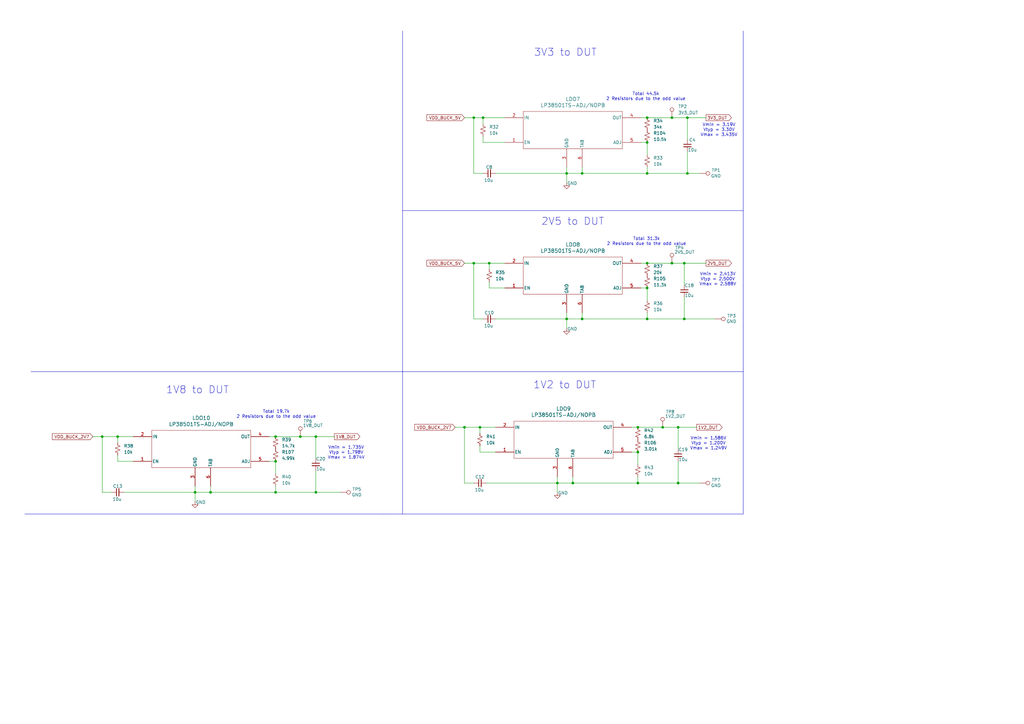
<source format=kicad_sch>
(kicad_sch (version 20250114) (generator "eeschema") (generator_version "9.0")
  (paper "A3")
  (lib_symbols
    (symbol "Connector:TestPoint" (pin_numbers (hide yes)) (pin_names (offset 0.762) (hide yes))
      (property "Reference" "TP" (at 0 6.858 0))
      (property "Value" "TestPoint" (at 0 5.08 0))
      (symbol "TestPoint_0_1"
        (circle (center 0 3.302) (radius 0.762))
      )
      (symbol "TestPoint_1_1"
        (pin passive line (at 0 0 90) (length 2.54) (name "1") (number "1"))
      )
    )
    (symbol "Device:C_Small" (pin_numbers (hide yes)) (pin_names (offset 0.254) (hide yes))
      (property "Reference" "C" (at 0.254 1.778 0))
      (property "Value" "C_Small" (at 0.254 -2.032 0))
      (symbol "C_Small_0_1"
        (polyline (pts (xy -1.524 0.508) (xy 1.524 0.508)) (stroke (width 0.3048)))
        (polyline (pts (xy -1.524 -0.508) (xy 1.524 -0.508)) (stroke (width 0.3302)))
      )
      (symbol "C_Small_1_1"
        (pin passive line (at 0 2.54 270) (length 2.032) (name "~") (number "1"))
        (pin passive line (at 0 -2.54 90) (length 2.032) (name "~") (number "2"))
      )
    )
    (symbol "Device:R_Small_US" (pin_numbers (hide yes)) (pin_names (offset 0.254) (hide yes))
      (property "Reference" "R" (at 0.762 0.508 0))
      (property "Value" "R_Small_US" (at 0.762 -1.016 0))
      (symbol "R_Small_US_1_1"
        (polyline (pts (xy 0 1.524) (xy 1.016 1.143) (xy 0 0.762) (xy -1.016 0.381) (xy 0 0)))
        (polyline (pts (xy 0 0) (xy 1.016 -0.381) (xy 0 -0.762) (xy -1.016 -1.143) (xy 0 -1.524)))
        (pin passive line (at 0 2.54 270) (length 1.016) (name "~") (number "1"))
        (pin passive line (at 0 -2.54 90) (length 1.016) (name "~") (number "2"))
      )
    )
    (symbol "PSEC5_ctrlbd:LP38501TS-ADJ_NOPB" (pin_names (offset 0.254))
      (property "Value" "LP38501TS-ADJ/NOPB" (at 27.94 7.62 0))
      (symbol "LP38501TS-ADJ_NOPB_0_1"
        (polyline (pts (xy 7.62 5.08) (xy 7.62 -10.16)) (stroke (width 0.127)))
        (polyline (pts (xy 7.62 -10.16) (xy 48.26 -10.16)) (stroke (width 0.127)))
        (polyline (pts (xy 48.26 5.08) (xy 7.62 5.08)) (stroke (width 0.127)))
        (polyline (pts (xy 48.26 -10.16) (xy 48.26 5.08)) (stroke (width 0.127)))
        (pin power_in line (at 0 2.54 0) (length 7.62) (name "IN") (number "2"))
        (pin input line (at 0 -7.62 0) (length 7.62) (name "EN") (number "1"))
        (pin power_in line (at 25.4 -17.78 90) (length 7.62) (name "GND") (number "3"))
        (pin power_in line (at 31.75 -17.78 90) (length 7.62) (name "TAB") (number "6"))
        (pin input line (at 55.88 -7.62 180) (length 7.62) (name "ADJ") (number "5"))
      )
      (symbol "LP38501TS-ADJ_NOPB_1_1"
        (pin power_out line (at 55.88 2.54 180) (length 7.62) (name "OUT") (number "4"))
      )
    )
    (symbol "power:GND" (power) (pin_numbers (hide yes)) (pin_names (offset 0) (hide yes))
      (property "Value" "GND" (at 0 -3.81 0))
      (symbol "GND_0_1"
        (polyline (pts (xy 0 0) (xy 0 -1.27) (xy 1.27 -1.27) (xy 0 -2.54) (xy -1.27 -1.27) (xy 0 -1.27)))
      )
      (symbol "GND_1_1"
        (pin power_in line (at 0 0 270) (length 0) (name "~") (number "1"))
      )
    )
  )
  (text "Total 19.7k\n2 Resistors due to the odd value\n" (at 113.284 169.926 0) (effects (font (size 1.27 1.27))))
  (text "Vmin = 1.735V\nVtyp = 1.798V\nVmax = 1.874V" (at 141.986 185.674 0) (effects (font (size 1.27 1.27))))
  (text "3V3 to DUT" (at 231.902 21.59 0) (effects (font (size 3 3))))
  (text "Total 31.3k\n2 Resistors due to the odd value\n" (at 265.176 99.06 0) (effects (font (size 1.27 1.27))))
  (text "2V5 to DUT" (at 234.95 90.932 0) (effects (font (size 3 3))))
  (text "Vmin = 3.19V\nVtyp = 3.30V\nVmax = 3.435V" (at 294.894 53.34 0) (effects (font (size 1.27 1.27))))
  (text "1V2 to DUT" (at 231.648 157.988 0) (effects (font (size 3 3))))
  (text "Vmin = 2.413V\nVtyp = 2.500V\nVmax = 2.588V" (at 294.386 114.554 0) (effects (font (size 1.27 1.27))))
  (text "Vmin = 1.586V\nVtyp = 1.200V\nVmax = 1.249V" (at 290.576 181.864 0) (effects (font (size 1.27 1.27))))
  (text "1V8 to DUT\n" (at 81.026 160.02 0) (effects (font (size 3 3))))
  (text "Total 44.5k\n2 Resistors due to the odd value\n" (at 264.922 39.624 0) (effects (font (size 1.27 1.27))))
  (junction (at 278.13 175.26))
  (junction (at 280.67 130.81))
  (junction (at 265.43 48.26))
  (junction (at 86.36 201.93))
  (junction (at 261.62 175.26))
  (junction (at 41.91 179.07))
  (junction (at 194.31 48.26))
  (junction (at 232.41 71.12))
  (junction (at 113.03 189.23))
  (junction (at 234.95 198.12))
  (junction (at 200.66 107.95))
  (junction (at 275.59 107.95))
  (junction (at 261.62 185.42))
  (junction (at 238.76 71.12))
  (junction (at 129.54 201.93))
  (junction (at 265.43 130.81))
  (junction (at 280.67 107.95))
  (junction (at 129.54 179.07))
  (junction (at 281.94 71.12))
  (junction (at 123.19 179.07))
  (junction (at 265.43 107.95))
  (junction (at 194.31 107.95))
  (junction (at 198.12 48.26))
  (junction (at 261.62 198.12))
  (junction (at 80.01 201.93))
  (junction (at 275.59 48.26))
  (junction (at 113.03 179.07))
  (junction (at 228.6 198.12))
  (junction (at 265.43 58.42))
  (junction (at 265.43 71.12))
  (junction (at 281.94 48.26))
  (junction (at 232.41 130.81))
  (junction (at 196.85 175.26))
  (junction (at 190.5 175.26))
  (junction (at 271.78 175.26))
  (junction (at 238.76 130.81))
  (junction (at 278.13 198.12))
  (junction (at 265.43 118.11))
  (junction (at 113.03 201.93))
  (junction (at 48.26 179.07))
  (wire (pts (xy 234.95 198.12) (xy 228.6 198.12)))
  (wire (pts (xy 198.12 58.42) (xy 207.01 58.42)))
  (wire (pts (xy 48.26 189.23) (xy 54.61 189.23)))
  (wire (pts (xy 278.13 175.26) (xy 285.75 175.26)))
  (wire (pts (xy 238.76 130.81) (xy 265.43 130.81)))
  (wire (pts (xy 198.12 48.26) (xy 198.12 50.8)))
  (wire (pts (xy 228.6 195.58) (xy 228.6 198.12)))
  (wire (pts (xy 196.85 175.26) (xy 196.85 177.8)))
  (wire (pts (xy 238.76 71.12) (xy 232.41 71.12)))
  (wire (pts (xy 278.13 198.12) (xy 287.02 198.12)))
  (wire (pts (xy 265.43 68.58) (xy 265.43 71.12)))
  (wire (pts (xy 262.89 58.42) (xy 265.43 58.42)))
  (polyline (pts (xy 165.1 152.4) (xy 165.1 210.82)))
  (wire (pts (xy 265.43 48.26) (xy 275.59 48.26)))
  (wire (pts (xy 198.12 48.26) (xy 207.01 48.26)))
  (wire (pts (xy 190.5 107.95) (xy 194.31 107.95)))
  (polyline (pts (xy 165.1 12.7) (xy 165.1 152.4)))
  (wire (pts (xy 194.31 48.26) (xy 194.31 71.12)))
  (wire (pts (xy 228.6 198.12) (xy 228.6 201.93)))
  (wire (pts (xy 86.36 199.39) (xy 86.36 201.93)))
  (wire (pts (xy 278.13 175.26) (xy 278.13 184.15)))
  (wire (pts (xy 200.66 118.11) (xy 207.01 118.11)))
  (wire (pts (xy 271.78 175.26) (xy 278.13 175.26)))
  (wire (pts (xy 265.43 118.11) (xy 262.89 118.11)))
  (wire (pts (xy 200.66 115.57) (xy 200.66 118.11)))
  (wire (pts (xy 280.67 107.95) (xy 280.67 116.84)))
  (wire (pts (xy 261.62 175.26) (xy 271.78 175.26)))
  (polyline (pts (xy 10.16 210.82) (xy 157.48 210.82)))
  (wire (pts (xy 38.1 179.07) (xy 41.91 179.07)))
  (wire (pts (xy 113.03 179.07) (xy 123.19 179.07)))
  (wire (pts (xy 261.62 195.58) (xy 261.62 198.12)))
  (wire (pts (xy 129.54 179.07) (xy 129.54 187.96)))
  (wire (pts (xy 186.69 175.26) (xy 190.5 175.26)))
  (wire (pts (xy 41.91 179.07) (xy 48.26 179.07)))
  (wire (pts (xy 198.12 55.88) (xy 198.12 58.42)))
  (wire (pts (xy 261.62 185.42) (xy 259.08 185.42)))
  (wire (pts (xy 123.19 179.07) (xy 129.54 179.07)))
  (wire (pts (xy 265.43 130.81) (xy 280.67 130.81)))
  (wire (pts (xy 48.26 186.69) (xy 48.26 189.23)))
  (polyline (pts (xy 304.8 152.4) (xy 304.8 210.82)))
  (wire (pts (xy 113.03 199.39) (xy 113.03 201.93)))
  (wire (pts (xy 200.66 107.95) (xy 200.66 110.49)))
  (polyline (pts (xy 304.8 86.36) (xy 304.8 152.4)))
  (polyline (pts (xy 12.7 152.4) (xy 165.1 152.4)))
  (wire (pts (xy 261.62 198.12) (xy 278.13 198.12)))
  (wire (pts (xy 259.08 175.26) (xy 261.62 175.26)))
  (polyline (pts (xy 304.8 12.7) (xy 304.8 86.36)))
  (wire (pts (xy 194.31 107.95) (xy 200.66 107.95)))
  (wire (pts (xy 261.62 190.5) (xy 261.62 185.42)))
  (wire (pts (xy 265.43 128.27) (xy 265.43 130.81)))
  (wire (pts (xy 203.2 130.81) (xy 232.41 130.81)))
  (wire (pts (xy 196.85 182.88) (xy 196.85 185.42)))
  (wire (pts (xy 280.67 121.92) (xy 280.67 130.81)))
  (wire (pts (xy 238.76 130.81) (xy 232.41 130.81)))
  (wire (pts (xy 199.39 198.12) (xy 228.6 198.12)))
  (wire (pts (xy 278.13 189.23) (xy 278.13 198.12)))
  (wire (pts (xy 41.91 179.07) (xy 41.91 201.93)))
  (wire (pts (xy 80.01 201.93) (xy 80.01 205.74)))
  (wire (pts (xy 190.5 198.12) (xy 194.31 198.12)))
  (polyline (pts (xy 304.8 152.4) (xy 165.1 152.4)))
  (wire (pts (xy 281.94 48.26) (xy 281.94 57.15)))
  (wire (pts (xy 280.67 130.81) (xy 293.37 130.81)))
  (wire (pts (xy 203.2 71.12) (xy 232.41 71.12)))
  (wire (pts (xy 196.85 175.26) (xy 203.2 175.26)))
  (wire (pts (xy 262.89 107.95) (xy 265.43 107.95)))
  (wire (pts (xy 110.49 179.07) (xy 113.03 179.07)))
  (wire (pts (xy 265.43 58.42) (xy 265.43 63.5)))
  (wire (pts (xy 281.94 71.12) (xy 287.02 71.12)))
  (wire (pts (xy 275.59 107.95) (xy 280.67 107.95)))
  (wire (pts (xy 238.76 128.27) (xy 238.76 130.81)))
  (wire (pts (xy 86.36 201.93) (xy 80.01 201.93)))
  (wire (pts (xy 238.76 71.12) (xy 265.43 71.12)))
  (wire (pts (xy 113.03 189.23) (xy 110.49 189.23)))
  (wire (pts (xy 194.31 48.26) (xy 198.12 48.26)))
  (wire (pts (xy 41.91 201.93) (xy 45.72 201.93)))
  (wire (pts (xy 265.43 71.12) (xy 281.94 71.12)))
  (wire (pts (xy 280.67 107.95) (xy 289.56 107.95)))
  (wire (pts (xy 190.5 48.26) (xy 194.31 48.26)))
  (wire (pts (xy 232.41 128.27) (xy 232.41 130.81)))
  (wire (pts (xy 234.95 195.58) (xy 234.95 198.12)))
  (wire (pts (xy 200.66 107.95) (xy 207.01 107.95)))
  (wire (pts (xy 232.41 68.58) (xy 232.41 71.12)))
  (wire (pts (xy 113.03 194.31) (xy 113.03 189.23)))
  (wire (pts (xy 48.26 179.07) (xy 48.26 181.61)))
  (wire (pts (xy 281.94 62.23) (xy 281.94 71.12)))
  (wire (pts (xy 129.54 193.04) (xy 129.54 201.93)))
  (wire (pts (xy 80.01 199.39) (xy 80.01 201.93)))
  (wire (pts (xy 262.89 48.26) (xy 265.43 48.26)))
  (wire (pts (xy 194.31 107.95) (xy 194.31 130.81)))
  (polyline (pts (xy 165.1 86.36) (xy 304.8 86.36)))
  (polyline (pts (xy 304.8 210.82) (xy 157.48 210.82)))
  (wire (pts (xy 265.43 107.95) (xy 275.59 107.95)))
  (wire (pts (xy 129.54 201.93) (xy 139.7 201.93)))
  (wire (pts (xy 281.94 48.26) (xy 289.56 48.26)))
  (wire (pts (xy 194.31 130.81) (xy 198.12 130.81)))
  (wire (pts (xy 48.26 179.07) (xy 54.61 179.07)))
  (wire (pts (xy 196.85 185.42) (xy 203.2 185.42)))
  (wire (pts (xy 194.31 71.12) (xy 198.12 71.12)))
  (wire (pts (xy 113.03 201.93) (xy 129.54 201.93)))
  (wire (pts (xy 265.43 123.19) (xy 265.43 118.11)))
  (wire (pts (xy 86.36 201.93) (xy 113.03 201.93)))
  (wire (pts (xy 238.76 68.58) (xy 238.76 71.12)))
  (wire (pts (xy 190.5 175.26) (xy 196.85 175.26)))
  (wire (pts (xy 50.8 201.93) (xy 80.01 201.93)))
  (wire (pts (xy 232.41 130.81) (xy 232.41 134.62)))
  (wire (pts (xy 129.54 179.07) (xy 137.16 179.07)))
  (wire (pts (xy 232.41 71.12) (xy 232.41 74.93)))
  (wire (pts (xy 275.59 48.26) (xy 281.94 48.26)))
  (wire (pts (xy 234.95 198.12) (xy 261.62 198.12)))
  (wire (pts (xy 190.5 175.26) (xy 190.5 198.12)))
  (global_label "3V3_DUT" (shape output) (at 289.56 48.26 0) (property "Intersheetrefs" "${INTERSHEET_REFS}" (effects (hide yes))))
  (global_label "VDD_BUCK_5V" (shape input) (at 190.5 48.26 180) (property "Intersheetrefs" "${INTERSHEET_REFS}" (effects (hide yes))))
  (global_label "1V8_DUT" (shape output) (at 137.16 179.07 0) (property "Intersheetrefs" "${INTERSHEET_REFS}" (effects (hide yes))))
  (global_label "VDD_BUCK_2V7" (shape input) (at 38.1 179.07 180) (property "Intersheetrefs" "${INTERSHEET_REFS}" (effects (hide yes))))
  (global_label "VDD_BUCK_5V" (shape input) (at 190.5 107.95 180) (property "Intersheetrefs" "${INTERSHEET_REFS}" (effects (hide yes))))
  (global_label "1V2_DUT" (shape output) (at 285.75 175.26 0) (property "Intersheetrefs" "${INTERSHEET_REFS}" (effects (hide yes))))
  (global_label "2V5_DUT" (shape output) (at 289.56 107.95 0) (property "Intersheetrefs" "${INTERSHEET_REFS}" (effects (hide yes))))
  (global_label "VDD_BUCK_2V7" (shape input) (at 186.69 175.26 180) (property "Intersheetrefs" "${INTERSHEET_REFS}" (effects (hide yes))))
  (symbol (lib_id "PSEC5_ctrlbd:LP38501TS-ADJ_NOPB") (at 203.2 177.8 0) (unit 1)
    (property "Reference" "LDO9" (at 231.14 167.64 0) (effects (font (size 1.524 1.524))))
    (property "Value" "LP38501TS-ADJ/NOPB" (at 231.14 170.18 0) (effects (font (size 1.524 1.524))))
    (property "Footprint" "ul_LP38501TS-ADJ-NOPB:TS5B" (effects (hide yes)))
    (property "Datasheet" "LP38501TS-ADJ/NOPB" (effects (hide yes)))
  )
  (symbol (lib_id "PSEC5_ctrlbd:LP38501TS-ADJ_NOPB") (at 207.01 50.8 0) (unit 1)
    (property "Reference" "LDO7" (at 234.95 40.64 0) (effects (font (size 1.524 1.524))))
    (property "Value" "LP38501TS-ADJ/NOPB" (at 234.95 43.18 0) (effects (font (size 1.524 1.524))))
    (property "Footprint" "ul_LP38501TS-ADJ-NOPB:TS5B" (effects (hide yes)))
    (property "Datasheet" "LP38501TS-ADJ/NOPB" (effects (hide yes)))
  )
  (symbol (lib_id "Device:C_Small") (at 129.54 190.5 0) (unit 1)
    (property "Reference" "C20" (at 131.572 188.214 0))
    (property "Value" "10u" (at 131.572 192.278 0))
    (property "Footprint" "Capacitor_SMD:C_0603_1608Metric" (effects (hide yes)))
    (property "Description" "Unpolarized capacitor, small symbol" (effects (hide yes)))
  )
  (symbol (lib_id "Device:C_Small") (at 48.26 201.93 90) (unit 1)
    (property "Reference" "C13" (at 48.26 199.39 90))
    (property "Value" "10u" (at 48.006 204.724 90))
    (property "Footprint" "Capacitor_SMD:C_0603_1608Metric" (effects (hide yes)))
    (property "Description" "Unpolarized capacitor, small symbol" (effects (hide yes)))
  )
  (symbol (lib_id "Device:R_Small_US") (at 196.85 180.34 0) (unit 1)
    (property "Reference" "R41" (at 199.39 179.0699 0) (effects (justify left)))
    (property "Value" "10k" (at 199.39 181.6099 0) (effects (justify left)))
    (property "Footprint" "Resistor_SMD:R_0603_1608Metric" (effects (hide yes)))
    (property "Description" "Resistor, small US symbol" (effects (hide yes)))
  )
  (symbol (lib_id "Connector:TestPoint") (at 275.59 107.95 0) (unit 1)
    (property "Reference" "TP4" (at 276.86 101.6 0) (effects (justify left)))
    (property "Value" "2V5_DUT" (at 276.606 103.378 0) (effects (justify left)))
    (property "Footprint" "TestPoint:TestPoint_THTPad_1.5x1.5mm_Drill0.7mm" (effects (hide yes)))
    (property "Description" "test point" (effects (hide yes)))
  )
  (symbol (lib_id "Device:R_Small_US") (at 265.43 125.73 0) (unit 1)
    (property "Reference" "R36" (at 267.97 124.4599 0) (effects (justify left)))
    (property "Value" "10k" (at 267.97 126.9999 0) (effects (justify left)))
    (property "Footprint" "Resistor_SMD:R_0603_1608Metric" (effects (hide yes)))
    (property "Description" "Resistor, small US symbol" (effects (hide yes)))
  )
  (symbol (lib_id "Device:R_Small_US") (at 261.62 193.04 0) (unit 1)
    (property "Reference" "R43" (at 264.16 191.7699 0) (effects (justify left)))
    (property "Value" "10k" (at 264.16 194.3099 0) (effects (justify left)))
    (property "Footprint" "Resistor_SMD:R_0603_1608Metric" (effects (hide yes)))
    (property "Description" "Resistor, small US symbol" (effects (hide yes)))
  )
  (symbol (lib_id "Device:R_Small_US") (at 265.43 55.88 0) (unit 1)
    (property "Reference" "R104" (at 267.97 54.6099 0) (effects (justify left)))
    (property "Value" "10.5k" (at 267.97 57.1499 0) (effects (justify left)))
    (property "Footprint" "Resistor_SMD:R_0603_1608Metric" (effects (hide yes)))
    (property "Description" "Resistor, small US symbol" (effects (hide yes)))
  )
  (symbol (lib_id "Device:C_Small") (at 280.67 119.38 0) (unit 1)
    (property "Reference" "C18" (at 282.702 117.094 0))
    (property "Value" "10u" (at 282.702 121.158 0))
    (property "Footprint" "Capacitor_SMD:C_0603_1608Metric" (effects (hide yes)))
    (property "Description" "Unpolarized capacitor, small symbol" (effects (hide yes)))
  )
  (symbol (lib_id "Device:C_Small") (at 196.85 198.12 90) (unit 1)
    (property "Reference" "C12" (at 196.85 195.58 90))
    (property "Value" "10u" (at 196.596 200.914 90))
    (property "Footprint" "Capacitor_SMD:C_0603_1608Metric" (effects (hide yes)))
    (property "Description" "Unpolarized capacitor, small symbol" (effects (hide yes)))
  )
  (symbol (lib_id "Device:R_Small_US") (at 261.62 177.8 0) (unit 1)
    (property "Reference" "R42" (at 264.16 176.5299 0) (effects (justify left)))
    (property "Value" "6.8k" (at 264.16 179.0699 0) (effects (justify left)))
    (property "Footprint" "Resistor_SMD:R_0603_1608Metric" (effects (hide yes)))
    (property "Description" "Resistor, small US symbol" (effects (hide yes)))
  )
  (symbol (lib_id "power:GND") (at 228.6 201.93 0) (unit 1)
    (property "Reference" "#PWR012" (effects (hide yes)))
    (property "Value" "GND" (at 230.886 202.184 0))
    (property "Description" "Power symbol creates a global label with name \"GND\" , ground" (effects (hide yes)))
  )
  (symbol (lib_id "Connector:TestPoint") (at 139.7 201.93 270) (unit 1)
    (property "Reference" "TP5" (at 144.526 200.66 90) (effects (justify left)))
    (property "Value" "GND" (at 144.272 202.946 90) (effects (justify left)))
    (property "Footprint" "TestPoint:TestPoint_THTPad_1.5x1.5mm_Drill0.7mm" (effects (hide yes)))
    (property "Description" "test point" (effects (hide yes)))
  )
  (symbol (lib_id "Device:R_Small_US") (at 113.03 186.69 0) (unit 1)
    (property "Reference" "R107" (at 115.57 185.4199 0) (effects (justify left)))
    (property "Value" "4.99k" (at 115.57 187.9599 0) (effects (justify left)))
    (property "Footprint" "Resistor_SMD:R_0603_1608Metric" (effects (hide yes)))
    (property "Description" "Resistor, small US symbol" (effects (hide yes)))
  )
  (symbol (lib_id "Device:R_Small_US") (at 265.43 66.04 0) (unit 1)
    (property "Reference" "R33" (at 267.97 64.7699 0) (effects (justify left)))
    (property "Value" "10k" (at 267.97 67.3099 0) (effects (justify left)))
    (property "Footprint" "Resistor_SMD:R_0603_1608Metric" (effects (hide yes)))
    (property "Description" "Resistor, small US symbol" (effects (hide yes)))
  )
  (symbol (lib_id "Device:R_Small_US") (at 261.62 182.88 0) (unit 1)
    (property "Reference" "R106" (at 264.16 181.6099 0) (effects (justify left)))
    (property "Value" "3.01k" (at 264.16 184.1499 0) (effects (justify left)))
    (property "Footprint" "Resistor_SMD:R_0603_1608Metric" (effects (hide yes)))
    (property "Description" "Resistor, small US symbol" (effects (hide yes)))
  )
  (symbol (lib_id "Device:C_Small") (at 200.66 71.12 90) (unit 1)
    (property "Reference" "C8" (at 200.66 68.58 90))
    (property "Value" "10u" (at 200.406 73.914 90))
    (property "Footprint" "Capacitor_SMD:C_0603_1608Metric" (effects (hide yes)))
    (property "Description" "Unpolarized capacitor, small symbol" (effects (hide yes)))
  )
  (symbol (lib_id "power:GND") (at 80.01 205.74 0) (unit 1)
    (property "Reference" "#PWR011" (effects (hide yes)))
    (property "Value" "GND" (at 82.296 205.994 0))
    (property "Description" "Power symbol creates a global label with name \"GND\" , ground" (effects (hide yes)))
  )
  (symbol (lib_id "PSEC5_ctrlbd:LP38501TS-ADJ_NOPB") (at 54.61 181.61 0) (unit 1)
    (property "Reference" "LDO10" (at 82.55 171.45 0) (effects (font (size 1.524 1.524))))
    (property "Value" "LP38501TS-ADJ/NOPB" (at 82.55 173.99 0) (effects (font (size 1.524 1.524))))
    (property "Footprint" "ul_LP38501TS-ADJ-NOPB:TS5B" (effects (hide yes)))
    (property "Datasheet" "LP38501TS-ADJ/NOPB" (effects (hide yes)))
  )
  (symbol (lib_id "Device:R_Small_US") (at 265.43 50.8 0) (unit 1)
    (property "Reference" "R34" (at 267.97 49.5299 0) (effects (justify left)))
    (property "Value" "34k" (at 267.97 52.0699 0) (effects (justify left)))
    (property "Footprint" "Resistor_SMD:R_0603_1608Metric" (effects (hide yes)))
    (property "Description" "Resistor, small US symbol" (effects (hide yes)))
  )
  (symbol (lib_id "Connector:TestPoint") (at 275.59 48.26 0) (unit 1)
    (property "Reference" "TP2" (at 278.13 43.6879 0) (effects (justify left)))
    (property "Value" "3V3_DUT" (at 278.13 46.2279 0) (effects (justify left)))
    (property "Footprint" "TestPoint:TestPoint_THTPad_1.5x1.5mm_Drill0.7mm" (effects (hide yes)))
    (property "Description" "test point" (effects (hide yes)))
  )
  (symbol (lib_id "Connector:TestPoint") (at 123.19 179.07 0) (unit 1)
    (property "Reference" "TP6" (at 124.46 172.72 0) (effects (justify left)))
    (property "Value" "1V8_DUT" (at 124.206 174.498 0) (effects (justify left)))
    (property "Footprint" "TestPoint:TestPoint_THTPad_1.5x1.5mm_Drill0.7mm" (effects (hide yes)))
    (property "Description" "test point" (effects (hide yes)))
  )
  (symbol (lib_id "Connector:TestPoint") (at 287.02 198.12 270) (unit 1)
    (property "Reference" "TP7" (at 291.846 196.85 90) (effects (justify left)))
    (property "Value" "GND" (at 291.592 199.136 90) (effects (justify left)))
    (property "Footprint" "TestPoint:TestPoint_THTPad_1.5x1.5mm_Drill0.7mm" (effects (hide yes)))
    (property "Description" "test point" (effects (hide yes)))
  )
  (symbol (lib_id "Device:C_Small") (at 278.13 186.69 0) (unit 1)
    (property "Reference" "C19" (at 280.162 184.404 0))
    (property "Value" "10u" (at 280.162 188.468 0))
    (property "Footprint" "Capacitor_SMD:C_0603_1608Metric" (effects (hide yes)))
    (property "Description" "Unpolarized capacitor, small symbol" (effects (hide yes)))
  )
  (symbol (lib_id "Device:R_Small_US") (at 113.03 181.61 0) (unit 1)
    (property "Reference" "R39" (at 115.57 180.3399 0) (effects (justify left)))
    (property "Value" "14.7k" (at 115.57 182.8799 0) (effects (justify left)))
    (property "Footprint" "Resistor_SMD:R_0603_1608Metric" (effects (hide yes)))
    (property "Description" "Resistor, small US symbol" (effects (hide yes)))
  )
  (symbol (lib_id "power:GND") (at 232.41 74.93 0) (unit 1)
    (property "Reference" "#PWR010" (effects (hide yes)))
    (property "Value" "GND" (at 234.696 75.184 0))
    (property "Description" "Power symbol creates a global label with name \"GND\" , ground" (effects (hide yes)))
  )
  (symbol (lib_id "Device:R_Small_US") (at 48.26 184.15 0) (unit 1)
    (property "Reference" "R38" (at 50.8 182.8799 0) (effects (justify left)))
    (property "Value" "10k" (at 50.8 185.4199 0) (effects (justify left)))
    (property "Footprint" "Resistor_SMD:R_0603_1608Metric" (effects (hide yes)))
    (property "Description" "Resistor, small US symbol" (effects (hide yes)))
  )
  (symbol (lib_id "Device:R_Small_US") (at 200.66 113.03 0) (unit 1)
    (property "Reference" "R35" (at 203.2 111.7599 0) (effects (justify left)))
    (property "Value" "10k" (at 203.2 114.2999 0) (effects (justify left)))
    (property "Footprint" "Resistor_SMD:R_0603_1608Metric" (effects (hide yes)))
    (property "Description" "Resistor, small US symbol" (effects (hide yes)))
  )
  (symbol (lib_id "PSEC5_ctrlbd:LP38501TS-ADJ_NOPB") (at 207.01 110.49 0) (unit 1)
    (property "Reference" "LDO8" (at 234.95 100.33 0) (effects (font (size 1.524 1.524))))
    (property "Value" "LP38501TS-ADJ/NOPB" (at 234.95 102.87 0) (effects (font (size 1.524 1.524))))
    (property "Footprint" "ul_LP38501TS-ADJ-NOPB:TS5B" (effects (hide yes)))
    (property "Datasheet" "LP38501TS-ADJ/NOPB" (effects (hide yes)))
  )
  (symbol (lib_id "Device:R_Small_US") (at 265.43 110.49 0) (unit 1)
    (property "Reference" "R37" (at 267.97 109.2199 0) (effects (justify left)))
    (property "Value" "20k" (at 267.97 111.7599 0) (effects (justify left)))
    (property "Footprint" "Resistor_SMD:R_0603_1608Metric" (effects (hide yes)))
    (property "Description" "Resistor, small US symbol" (effects (hide yes)))
  )
  (symbol (lib_id "Device:R_Small_US") (at 265.43 115.57 0) (unit 1)
    (property "Reference" "R105" (at 267.97 114.2999 0) (effects (justify left)))
    (property "Value" "11.3k" (at 267.97 116.8399 0) (effects (justify left)))
    (property "Footprint" "Resistor_SMD:R_0603_1608Metric" (effects (hide yes)))
    (property "Description" "Resistor, small US symbol" (effects (hide yes)))
  )
  (symbol (lib_id "Connector:TestPoint") (at 271.78 175.26 0) (unit 1)
    (property "Reference" "TP8" (at 273.05 168.91 0) (effects (justify left)))
    (property "Value" "1V2_DUT" (at 272.796 170.688 0) (effects (justify left)))
    (property "Footprint" "TestPoint:TestPoint_THTPad_1.5x1.5mm_Drill0.7mm" (effects (hide yes)))
    (property "Description" "test point" (effects (hide yes)))
  )
  (symbol (lib_id "Device:C_Small") (at 200.66 130.81 90) (unit 1)
    (property "Reference" "C10" (at 200.66 128.27 90))
    (property "Value" "10u" (at 200.406 133.604 90))
    (property "Footprint" "Capacitor_SMD:C_0603_1608Metric" (effects (hide yes)))
    (property "Description" "Unpolarized capacitor, small symbol" (effects (hide yes)))
  )
  (symbol (lib_id "power:GND") (at 232.41 134.62 0) (unit 1)
    (property "Reference" "#PWR08" (effects (hide yes)))
    (property "Value" "GND" (at 234.696 134.874 0))
    (property "Description" "Power symbol creates a global label with name \"GND\" , ground" (effects (hide yes)))
  )
  (symbol (lib_id "Connector:TestPoint") (at 293.37 130.81 270) (unit 1)
    (property "Reference" "TP3" (at 298.196 129.54 90) (effects (justify left)))
    (property "Value" "GND" (at 297.942 131.826 90) (effects (justify left)))
    (property "Footprint" "TestPoint:TestPoint_THTPad_1.5x1.5mm_Drill0.7mm" (effects (hide yes)))
    (property "Description" "test point" (effects (hide yes)))
  )
  (symbol (lib_id "Connector:TestPoint") (at 287.02 71.12 270) (unit 1)
    (property "Reference" "TP1" (at 291.846 69.85 90) (effects (justify left)))
    (property "Value" "GND" (at 291.592 72.136 90) (effects (justify left)))
    (property "Footprint" "TestPoint:TestPoint_THTPad_1.5x1.5mm_Drill0.7mm" (effects (hide yes)))
    (property "Description" "test point" (effects (hide yes)))
  )
  (symbol (lib_id "Device:C_Small") (at 281.94 59.69 0) (unit 1)
    (property "Reference" "C4" (at 283.972 57.404 0))
    (property "Value" "10u" (at 283.972 61.468 0))
    (property "Footprint" "Capacitor_SMD:C_0603_1608Metric" (effects (hide yes)))
    (property "Description" "Unpolarized capacitor, small symbol" (effects (hide yes)))
  )
  (symbol (lib_id "Device:R_Small_US") (at 113.03 196.85 0) (unit 1)
    (property "Reference" "R40" (at 115.57 195.5799 0) (effects (justify left)))
    (property "Value" "10k" (at 115.57 198.1199 0) (effects (justify left)))
    (property "Footprint" "Resistor_SMD:R_0603_1608Metric" (effects (hide yes)))
    (property "Description" "Resistor, small US symbol" (effects (hide yes)))
  )
  (symbol (lib_id "Device:R_Small_US") (at 198.12 53.34 0) (unit 1)
    (property "Reference" "R32" (at 200.66 52.0699 0) (effects (justify left)))
    (property "Value" "10k" (at 200.66 54.6099 0) (effects (justify left)))
    (property "Footprint" "Resistor_SMD:R_0603_1608Metric" (effects (hide yes)))
    (property "Description" "Resistor, small US symbol" (effects (hide yes)))
  )
)
</source>
